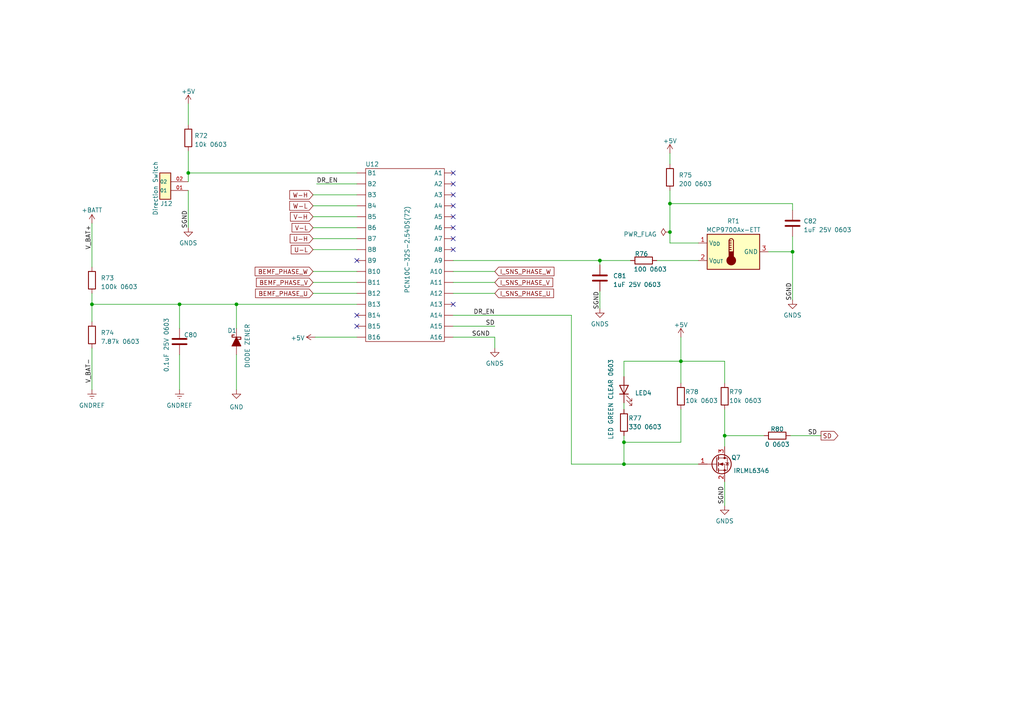
<source format=kicad_sch>
(kicad_sch (version 20230121) (generator eeschema)
  (paper "A4")
  (lib_symbols
    (symbol "Device:C" (pin_numbers hide) (pin_names (offset 0.254))
      (property "Reference" "C" (at 0.635 2.54 0))
      (property "Value" "C" (at 0.635 -2.54 0))
      (symbol "C_0_1"
        (polyline (pts (xy -2.032 -0.762) (xy 2.032 -0.762)) (stroke (width 0.508)))
        (polyline (pts (xy -2.032 0.762) (xy 2.032 0.762)) (stroke (width 0.508)))
      )
      (symbol "C_1_1"
        (pin passive line (at 0 3.81 270) (length 2.794) (name "~") (number "1"))
        (pin passive line (at 0 -3.81 90) (length 2.794) (name "~") (number "2"))
      )
    )
    (symbol "Device:D_Schottky_Filled" (pin_numbers hide) (pin_names (offset 1.016) hide)
      (property "Reference" "D" (at 0 2.54 0))
      (property "Value" "D_Schottky_Filled" (at 0 -2.54 0))
      (symbol "D_Schottky_Filled_0_1"
        (polyline (pts (xy 1.27 0) (xy -1.27 0)))
        (polyline (pts (xy 1.27 1.27) (xy 1.27 -1.27) (xy -1.27 0) (xy 1.27 1.27)) (stroke (width 0.254)) (fill (type outline)))
        (polyline (pts (xy -1.905 0.635) (xy -1.905 1.27) (xy -1.27 1.27) (xy -1.27 -1.27) (xy -0.635 -1.27) (xy -0.635 -0.635)) (stroke (width 0.254)))
      )
      (symbol "D_Schottky_Filled_1_1"
        (pin passive line (at -3.81 0 0) (length 2.54) (name "K") (number "1"))
        (pin passive line (at 3.81 0 180) (length 2.54) (name "A") (number "2"))
      )
    )
    (symbol "Device:LED" (pin_numbers hide) (pin_names (offset 1.016) hide)
      (property "Reference" "D" (at 0 2.54 0))
      (property "Value" "LED" (at 0 -2.54 0))
      (symbol "LED_0_1"
        (polyline (pts (xy -1.27 -1.27) (xy -1.27 1.27)) (stroke (width 0.254)))
        (polyline (pts (xy -1.27 0) (xy 1.27 0)))
        (polyline (pts (xy 1.27 -1.27) (xy 1.27 1.27) (xy -1.27 0) (xy 1.27 -1.27)) (stroke (width 0.254)))
        (polyline (pts (xy -3.048 -0.762) (xy -4.572 -2.286) (xy -3.81 -2.286) (xy -4.572 -2.286) (xy -4.572 -1.524)))
        (polyline (pts (xy -1.778 -0.762) (xy -3.302 -2.286) (xy -2.54 -2.286) (xy -3.302 -2.286) (xy -3.302 -1.524)))
      )
      (symbol "LED_1_1"
        (pin passive line (at -3.81 0 0) (length 2.54) (name "K") (number "1"))
        (pin passive line (at 3.81 0 180) (length 2.54) (name "A") (number "2"))
      )
    )
    (symbol "Device:R" (pin_numbers hide) (pin_names (offset 0))
      (property "Reference" "R" (at 2.032 0 90))
      (property "Value" "R" (at 0 0 90))
      (symbol "R_0_1"
        (rectangle (start -1.016 -2.54) (end 1.016 2.54) (stroke (width 0.254)))
      )
      (symbol "R_1_1"
        (pin passive line (at 0 3.81 270) (length 1.27) (name "~") (number "1"))
        (pin passive line (at 0 -3.81 90) (length 1.27) (name "~") (number "2"))
      )
    )
    (symbol "PCN10C-32S-2:PCN10C-32S-2.54DS(72)"
      (property "Reference" "U?" (at -9.525 26.035 0))
      (property "Value" "PCN10C-32S-2.54DS(72)" (at 0.889 4.699 90))
      (symbol "PCN10C-32S-2.54DS(72)_0_1"
        (rectangle (start -11.43 24.765) (end 11.43 -25.4))
      )
      (symbol "PCN10C-32S-2.54DS(72)_1_1"
        (pin passive line (at 13.97 23.495 180) (length 2.54) (name "A1") (number ""))
        (pin passive line (at 13.97 -5.08 180) (length 2.54) (name "A10") (number ""))
        (pin passive line (at 13.97 -8.255 180) (length 2.54) (name "A11") (number ""))
        (pin passive line (at 13.97 -11.43 180) (length 2.54) (name "A12") (number ""))
        (pin passive line (at 13.97 -14.605 180) (length 2.54) (name "A13") (number ""))
        (pin passive line (at 13.97 -17.78 180) (length 2.54) (name "A14") (number ""))
        (pin passive line (at 13.97 -20.955 180) (length 2.54) (name "A15") (number ""))
        (pin passive line (at 13.97 -24.13 180) (length 2.54) (name "A16") (number ""))
        (pin passive line (at 13.97 20.32 180) (length 2.54) (name "A2") (number ""))
        (pin passive line (at 13.97 17.145 180) (length 2.54) (name "A3") (number ""))
        (pin passive line (at 13.97 13.97 180) (length 2.54) (name "A4") (number ""))
        (pin passive line (at 13.97 10.795 180) (length 2.54) (name "A5") (number ""))
        (pin passive line (at 13.97 7.62 180) (length 2.54) (name "A6") (number ""))
        (pin passive line (at 13.97 4.445 180) (length 2.54) (name "A7") (number ""))
        (pin passive line (at 13.97 1.27 180) (length 2.54) (name "A8") (number ""))
        (pin passive line (at 13.97 -1.905 180) (length 2.54) (name "A9") (number ""))
        (pin passive line (at -13.97 23.495 0) (length 2.54) (name "B1") (number ""))
        (pin passive line (at -13.97 -5.08 0) (length 2.54) (name "B10") (number ""))
        (pin passive line (at -13.97 -8.255 0) (length 2.54) (name "B11") (number ""))
        (pin passive line (at -13.97 -11.43 0) (length 2.54) (name "B12") (number ""))
        (pin passive line (at -13.97 -14.605 0) (length 2.54) (name "B13") (number ""))
        (pin passive line (at -13.97 -17.78 0) (length 2.54) (name "B14") (number ""))
        (pin passive line (at -13.97 -20.955 0) (length 2.54) (name "B15") (number ""))
        (pin passive line (at -13.97 -24.13 0) (length 2.54) (name "B16") (number ""))
        (pin passive line (at -13.97 20.32 0) (length 2.54) (name "B2") (number ""))
        (pin passive line (at -13.97 17.145 0) (length 2.54) (name "B3") (number ""))
        (pin passive line (at -13.97 13.97 0) (length 2.54) (name "B4") (number ""))
        (pin passive line (at -13.97 10.795 0) (length 2.54) (name "B5") (number ""))
        (pin passive line (at -13.97 7.62 0) (length 2.54) (name "B6") (number ""))
        (pin passive line (at -13.97 4.445 0) (length 2.54) (name "B7") (number ""))
        (pin passive line (at -13.97 1.27 0) (length 2.54) (name "B8") (number ""))
        (pin passive line (at -13.97 -1.905 0) (length 2.54) (name "B9") (number ""))
      )
    )
    (symbol "Sensor_Temperature:MCP9700Ax-ETT"
      (property "Reference" "U?" (at -5.08 6.35 0))
      (property "Value" "MCP9700Ax-ETT" (at 7.62 -6.35 0))
      (symbol "MCP9700Ax-ETT_0_1"
        (rectangle (start -7.62 5.08) (end 7.62 -5.08) (stroke (width 0.254)) (fill (type background)))
        (rectangle (start -1.27 0) (end 0 -1.905) (stroke (width 0.254)) (fill (type outline)))
        (circle (center -0.635 -2.54) (radius 1.27) (stroke (width 0.254)) (fill (type outline)))
        (polyline (pts (xy -1.27 0.635) (xy -0.635 0.635)) (stroke (width 0.254)))
        (polyline (pts (xy -1.27 1.27) (xy -0.635 1.27)) (stroke (width 0.254)))
        (polyline (pts (xy -1.27 1.905) (xy -0.635 1.905)) (stroke (width 0.254)))
        (polyline (pts (xy -1.27 2.54) (xy -0.635 2.54)) (stroke (width 0.254)))
        (polyline (pts (xy -1.27 3.175) (xy -1.27 0)) (stroke (width 0.254)))
        (polyline (pts (xy -1.27 3.175) (xy -0.635 3.175)) (stroke (width 0.254)))
        (polyline (pts (xy 0 3.175) (xy 0 0)) (stroke (width 0.254)))
        (arc (start 0 3.175) (mid -0.635 3.8073) (end -1.27 3.175) (stroke (width 0.254)))
      )
      (symbol "MCP9700Ax-ETT_1_1"
        (pin power_in line (at -10.16 2.54 0) (length 2.54) (name "V_{DD}") (number "1"))
        (pin output line (at -10.16 -2.54 0) (length 2.54) (name "V_{OUT}") (number "2"))
        (pin power_in line (at 10.16 0 180) (length 2.54) (name "GND") (number "3"))
      )
    )
    (symbol "TSW-102-08-L-S:TSW-102-08-L-S" (pin_names (offset 1.016))
      (property "Reference" "J?" (at 0 6.35 0))
      (property "Value" "TSW-102-08-L-S" (at 0 3.81 0))
      (symbol "TSW-102-08-L-S_0_0"
        (rectangle (start -7.62 5.08) (end -4.445 -2.54) (stroke (width 0.254)) (fill (type background)))
        (pin passive line (at -12.7 2.54 0) (length 5.08) (name "01") (number "01"))
        (pin passive line (at -12.7 0 0) (length 5.08) (name "02") (number "02"))
      )
    )
    (symbol "Transistor_FET:IRLML0030" (pin_names hide)
      (property "Reference" "Q" (at 5.08 1.905 0))
      (property "Value" "IRLML0030" (at 5.08 0 0))
      (symbol "IRLML0030_0_1"
        (polyline (pts (xy 0.254 0) (xy -2.54 0)))
        (polyline (pts (xy 0.254 1.905) (xy 0.254 -1.905)) (stroke (width 0.254)))
        (polyline (pts (xy 0.762 -1.27) (xy 0.762 -2.286)) (stroke (width 0.254)))
        (polyline (pts (xy 0.762 0.508) (xy 0.762 -0.508)) (stroke (width 0.254)))
        (polyline (pts (xy 0.762 2.286) (xy 0.762 1.27)) (stroke (width 0.254)))
        (polyline (pts (xy 2.54 2.54) (xy 2.54 1.778)))
        (polyline (pts (xy 2.54 -2.54) (xy 2.54 0) (xy 0.762 0)))
        (polyline (pts (xy 0.762 -1.778) (xy 3.302 -1.778) (xy 3.302 1.778) (xy 0.762 1.778)))
        (polyline (pts (xy 1.016 0) (xy 2.032 0.381) (xy 2.032 -0.381) (xy 1.016 0)) (fill (type outline)))
        (polyline (pts (xy 2.794 0.508) (xy 2.921 0.381) (xy 3.683 0.381) (xy 3.81 0.254)))
        (polyline (pts (xy 3.302 0.381) (xy 2.921 -0.254) (xy 3.683 -0.254) (xy 3.302 0.381)))
        (circle (center 1.651 0) (radius 2.794) (stroke (width 0.254)))
        (circle (center 2.54 -1.778) (radius 0.254) (fill (type outline)))
        (circle (center 2.54 1.778) (radius 0.254) (fill (type outline)))
      )
      (symbol "IRLML0030_1_1"
        (pin input line (at -5.08 0 0) (length 2.54) (name "G") (number "1"))
        (pin passive line (at 2.54 -5.08 90) (length 2.54) (name "S") (number "2"))
        (pin passive line (at 2.54 5.08 270) (length 2.54) (name "D") (number "3"))
      )
    )
    (symbol "power:+5V" (power) (pin_names (offset 0))
      (property "Value" "+5V" (at 0 3.556 0))
      (symbol "+5V_0_1"
        (polyline (pts (xy -0.762 1.27) (xy 0 2.54)))
        (polyline (pts (xy 0 0) (xy 0 2.54)))
        (polyline (pts (xy 0 2.54) (xy 0.762 1.27)))
      )
      (symbol "+5V_1_1"
        (pin power_in line (at 0 0 90) (length 0) hide (name "+5V") (number "1"))
      )
    )
    (symbol "power:+BATT" (power) (pin_names (offset 0))
      (property "Value" "+BATT" (at 0 3.556 0))
      (symbol "+BATT_0_1"
        (polyline (pts (xy -0.762 1.27) (xy 0 2.54)))
        (polyline (pts (xy 0 0) (xy 0 2.54)))
        (polyline (pts (xy 0 2.54) (xy 0.762 1.27)))
      )
      (symbol "+BATT_1_1"
        (pin power_in line (at 0 0 90) (length 0) hide (name "+BATT") (number "1"))
      )
    )
    (symbol "power:GND" (power) (pin_names (offset 0))
      (property "Value" "GND" (at 0 -3.81 0))
      (symbol "GND_0_1"
        (polyline (pts (xy 0 0) (xy 0 -1.27) (xy 1.27 -1.27) (xy 0 -2.54) (xy -1.27 -1.27) (xy 0 -1.27)))
      )
      (symbol "GND_1_1"
        (pin power_in line (at 0 0 270) (length 0) hide (name "GND") (number "1"))
      )
    )
    (symbol "power:GNDREF" (power) (pin_names (offset 0))
      (property "Value" "GNDREF" (at 0 -3.81 0))
      (symbol "GNDREF_0_1"
        (polyline (pts (xy -0.635 -1.905) (xy 0.635 -1.905)))
        (polyline (pts (xy -0.127 -2.54) (xy 0.127 -2.54)))
        (polyline (pts (xy 0 -1.27) (xy 0 0)))
        (polyline (pts (xy 1.27 -1.27) (xy -1.27 -1.27)))
      )
      (symbol "GNDREF_1_1"
        (pin power_in line (at 0 0 270) (length 0) hide (name "GNDREF") (number "1"))
      )
    )
    (symbol "power:GNDS" (power) (pin_names (offset 0))
      (property "Value" "GNDS" (at 0 -3.81 0))
      (symbol "GNDS_0_1"
        (polyline (pts (xy 0 0) (xy 0 -1.27) (xy 1.27 -1.27) (xy 0 -2.54) (xy -1.27 -1.27) (xy 0 -1.27)))
      )
      (symbol "GNDS_1_1"
        (pin power_in line (at 0 0 270) (length 0) hide (name "GNDS") (number "1"))
      )
    )
    (symbol "power:PWR_FLAG" (power) (pin_numbers hide) (pin_names (offset 0) hide)
      (property "Value" "PWR_FLAG" (at 0 3.81 0))
      (symbol "PWR_FLAG_0_0"
        (pin power_out line (at 0 0 90) (length 0) (name "pwr") (number "1"))
      )
      (symbol "PWR_FLAG_0_1"
        (polyline (pts (xy 0 0) (xy 0 1.27) (xy -1.016 1.905) (xy 0 2.54) (xy 1.016 1.905) (xy 0 1.27)))
      )
    )
  )
  (junction (at 229.87 73.025))
  (junction (at 180.975 128.27))
  (junction (at 26.67 88.265))
  (junction (at 194.31 67.31))
  (junction (at 180.975 134.62))
  (junction (at 173.99 75.565))
  (junction (at 194.31 59.055))
  (junction (at 52.07 88.265))
  (junction (at 197.485 104.775))
  (junction (at 210.185 126.365))
  (junction (at 68.58 88.265))
  (junction (at 54.61 50.165))
  (no_connect (at 131.445 59.69))
  (no_connect (at 131.445 72.39))
  (no_connect (at 131.445 69.215))
  (no_connect (at 103.505 75.565))
  (no_connect (at 131.445 53.34))
  (no_connect (at 131.445 62.865))
  (no_connect (at 131.445 88.265))
  (no_connect (at 131.445 56.515))
  (no_connect (at 103.505 91.44))
  (no_connect (at 131.445 66.04))
  (no_connect (at 131.445 50.165))
  (no_connect (at 103.505 94.615))
  (wire (pts (xy 194.31 59.055) (xy 194.31 55.245)))
  (wire (pts (xy 131.445 78.74) (xy 143.51 78.74)))
  (wire (pts (xy 131.445 91.44) (xy 165.735 91.44)))
  (wire (pts (xy 26.67 64.77) (xy 26.67 77.47)))
  (wire (pts (xy 131.445 81.915) (xy 143.51 81.915)))
  (wire (pts (xy 165.735 91.44) (xy 165.735 134.62)))
  (wire (pts (xy 54.61 50.165) (xy 103.505 50.165)))
  (wire (pts (xy 103.505 81.915) (xy 90.805 81.915)))
  (wire (pts (xy 131.445 97.79) (xy 143.51 97.79)))
  (wire (pts (xy 190.5 75.565) (xy 202.565 75.565)))
  (wire (pts (xy 52.07 88.265) (xy 68.58 88.265)))
  (wire (pts (xy 194.31 44.45) (xy 194.31 47.625)))
  (wire (pts (xy 202.565 134.62) (xy 180.975 134.62)))
  (wire (pts (xy 180.975 116.84) (xy 180.975 118.745)))
  (wire (pts (xy 68.58 88.265) (xy 103.505 88.265)))
  (wire (pts (xy 210.185 126.365) (xy 221.615 126.365)))
  (wire (pts (xy 54.61 50.165) (xy 54.61 43.815)))
  (wire (pts (xy 197.485 128.27) (xy 180.975 128.27)))
  (wire (pts (xy 165.735 134.62) (xy 180.975 134.62)))
  (wire (pts (xy 143.51 97.79) (xy 143.51 100.965)))
  (wire (pts (xy 103.505 59.69) (xy 90.805 59.69)))
  (wire (pts (xy 229.87 59.055) (xy 229.87 60.96)))
  (wire (pts (xy 229.87 73.025) (xy 222.885 73.025)))
  (wire (pts (xy 180.975 128.27) (xy 180.975 134.62)))
  (wire (pts (xy 210.185 118.745) (xy 210.185 126.365)))
  (wire (pts (xy 103.505 85.09) (xy 90.805 85.09)))
  (wire (pts (xy 68.58 88.265) (xy 68.58 95.25)))
  (wire (pts (xy 26.67 85.09) (xy 26.67 88.265)))
  (wire (pts (xy 210.185 104.775) (xy 197.485 104.775)))
  (wire (pts (xy 131.445 94.615) (xy 143.51 94.615)))
  (wire (pts (xy 197.485 104.775) (xy 180.975 104.775)))
  (wire (pts (xy 197.485 97.79) (xy 197.485 104.775)))
  (wire (pts (xy 54.61 55.245) (xy 54.61 66.04)))
  (wire (pts (xy 229.235 126.365) (xy 238.125 126.365)))
  (wire (pts (xy 180.975 104.775) (xy 180.975 109.22)))
  (wire (pts (xy 91.821 53.34) (xy 103.505 53.34)))
  (wire (pts (xy 103.505 66.04) (xy 90.805 66.04)))
  (wire (pts (xy 173.99 84.455) (xy 173.99 89.535)))
  (wire (pts (xy 91.44 97.79) (xy 103.505 97.79)))
  (wire (pts (xy 131.445 75.565) (xy 173.99 75.565)))
  (wire (pts (xy 202.565 70.485) (xy 194.31 70.485)))
  (wire (pts (xy 103.505 78.74) (xy 90.805 78.74)))
  (wire (pts (xy 180.975 126.365) (xy 180.975 128.27)))
  (wire (pts (xy 197.485 118.745) (xy 197.485 128.27)))
  (wire (pts (xy 103.505 56.515) (xy 90.805 56.515)))
  (wire (pts (xy 197.485 111.125) (xy 197.485 104.775)))
  (wire (pts (xy 229.87 68.58) (xy 229.87 73.025)))
  (wire (pts (xy 103.505 72.39) (xy 90.805 72.39)))
  (wire (pts (xy 210.185 139.7) (xy 210.185 146.685)))
  (wire (pts (xy 210.185 111.125) (xy 210.185 104.775)))
  (wire (pts (xy 52.07 88.265) (xy 52.07 95.25)))
  (wire (pts (xy 26.67 100.965) (xy 26.67 113.03)))
  (wire (pts (xy 26.67 88.265) (xy 52.07 88.265)))
  (wire (pts (xy 173.99 76.835) (xy 173.99 75.565)))
  (wire (pts (xy 52.07 102.87) (xy 52.07 113.03)))
  (wire (pts (xy 26.67 88.265) (xy 26.67 93.345)))
  (wire (pts (xy 173.99 75.565) (xy 182.88 75.565)))
  (wire (pts (xy 210.185 126.365) (xy 210.185 129.54)))
  (wire (pts (xy 103.505 69.215) (xy 90.805 69.215)))
  (wire (pts (xy 54.61 30.099) (xy 54.61 36.195)))
  (wire (pts (xy 229.87 73.025) (xy 229.87 86.995)))
  (wire (pts (xy 194.31 67.31) (xy 194.31 59.055)))
  (wire (pts (xy 68.58 102.87) (xy 68.58 113.03)))
  (wire (pts (xy 194.31 59.055) (xy 229.87 59.055)))
  (wire (pts (xy 194.31 70.485) (xy 194.31 67.31)))
  (wire (pts (xy 131.445 85.09) (xy 143.51 85.09)))
  (wire (pts (xy 103.505 62.865) (xy 90.805 62.865)))
  (wire (pts (xy 54.61 50.165) (xy 54.61 52.705)))
  (label "SGND" (at 173.99 84.455 270))
  (label "SGND" (at 210.185 140.97 270))
  (label "V_BAT-" (at 26.67 111.125 90))
  (label "SGND" (at 142.113 97.79 180))
  (label "DR_EN" (at 91.821 53.34 0))
  (label "SD" (at 234.315 126.365 0))
  (label "SGND" (at 229.87 81.915 270))
  (label "SGND" (at 54.61 60.96 270))
  (label "DR_EN" (at 143.51 91.44 180))
  (label "SD" (at 143.51 94.615 180))
  (label "V_BAT+" (at 26.67 72.39 90))
  (global_label "I_SNS_PHASE_W" (shape input) (at 143.51 78.74 0) (property "Intersheetrefs" "${INTERSHEET_REFS}" (effects hide)))
  (global_label "V-H" (shape input) (at 90.805 62.865 180) (effects (font (size 1.3 1.3))) (property "Intersheetrefs" "${INTERSHEET_REFS}" (effects hide)))
  (global_label "W-L" (shape input) (at 90.805 59.69 180) (effects (font (size 1.33 1.33))) (property "Intersheetrefs" "${INTERSHEET_REFS}" (effects hide)))
  (global_label "BEMF_PHASE_V" (shape input) (at 90.805 81.915 180) (property "Intersheetrefs" "${INTERSHEET_REFS}" (effects hide)))
  (global_label "SD" (shape output) (at 238.125 126.365 0) (property "Intersheetrefs" "${INTERSHEET_REFS}" (effects hide)))
  (global_label "BEMF_PHASE_U" (shape input) (at 90.805 85.09 180) (property "Intersheetrefs" "${INTERSHEET_REFS}" (effects hide)))
  (global_label "U-H" (shape input) (at 90.805 69.215 180) (property "Intersheetrefs" "${INTERSHEET_REFS}" (effects hide)))
  (global_label "U-L" (shape input) (at 90.805 72.39 180) (property "Intersheetrefs" "${INTERSHEET_REFS}" (effects hide)))
  (global_label "I_SNS_PHASE_V" (shape input) (at 143.51 81.915 0) (property "Intersheetrefs" "${INTERSHEET_REFS}" (effects hide)))
  (global_label "I_SNS_PHASE_U" (shape input) (at 143.51 85.09 0) (property "Intersheetrefs" "${INTERSHEET_REFS}" (effects hide)))
  (global_label "W-H" (shape input) (at 90.805 56.515 180) (property "Intersheetrefs" "${INTERSHEET_REFS}" (effects hide)))
  (global_label "V-L" (shape input) (at 90.805 66.04 180) (property "Intersheetrefs" "${INTERSHEET_REFS}" (effects hide)))
  (global_label "BEMF_PHASE_W" (shape input) (at 90.805 78.74 180) (property "Intersheetrefs" "${INTERSHEET_REFS}" (effects hide)))
  (symbol (lib_id "Device:LED") (at 180.975 113.03 90) (unit 1)
    (property "Reference" "LED4" (at 184.15 113.9825 90) (effects (justify right)))
    (property "Value" "LED GREEN CLEAR 0603" (at 177.165 104.14 0) (effects (justify right)))
    (instances (project "EVAL_TOLT_DC48V_3KW" (path "" (reference "LED4") (unit 1)) (path "" (reference "LED3") (unit 1))))
  )
  (symbol (lib_id "PCN10C-32S-2:PCN10C-32S-2.54DS(72)") (at 117.475 73.66 0) (unit 1)
    (property "Reference" "U12" (at 107.95 47.625 0))
    (property "Value" "PCN10C-32S-2.54DS(72)" (at 118.11 72.39 90))
  )
  (symbol (lib_id "Device:D_Schottky_Filled") (at 68.58 99.06 90) (mirror x) (unit 1)
    (property "Reference" "D1" (at 67.31 95.885 90))
    (property "Value" "DIODE ZENER" (at 71.755 100.33 0))
    (instances (project "EVAL_TOLT_DC48V_3KW" (path "" (reference "D1") (unit 1)) (path "" (reference "D?") (unit 1)) (path "" (reference "D15") (unit 1))))
  )
  (symbol (lib_id "power:GNDS") (at 210.185 146.685 0) (unit 1)
    (property "Reference" "#PWR083" (effects hide))
    (property "Value" "GNDS" (at 210.185 151.13 0))
  )
  (symbol (lib_id "Device:R") (at 225.425 126.365 270) (unit 1)
    (property "Reference" "R80" (at 225.425 124.46 90))
    (property "Value" "0 0603" (at 225.425 128.905 90))
  )
  (symbol (lib_id "power:GNDS") (at 173.99 89.535 0) (unit 1)
    (property "Reference" "#PWR079" (effects hide))
    (property "Value" "GNDS" (at 173.99 93.98 0))
  )
  (symbol (lib_id "power:+BATT") (at 26.67 64.77 0) (unit 1)
    (property "Reference" "#PWR072" (effects hide))
    (property "Value" "V_BAT+" (at 26.67 60.96 0))
    (instances (project "EVAL_TOLT_DC48V_3KW" (path "" (reference "#PWR072") (unit 1)) (path "" (reference "#PWR077") (unit 1))))
  )
  (symbol (lib_id "power:GNDREF") (at 52.07 113.03 0) (unit 1)
    (property "Reference" "#PWR09" (effects hide))
    (property "Value" "GNDREF" (at 52.07 117.602 0))
  )
  (symbol (lib_id "power:GNDS") (at 143.51 100.965 0) (unit 1)
    (property "Reference" "#PWR08" (effects hide))
    (property "Value" "GNDS" (at 143.51 105.41 0))
  )
  (symbol (lib_id "power:GND") (at 68.58 113.03 0) (unit 1)
    (property "Reference" "#PWR011" (effects hide))
    (property "Value" "GND" (at 68.58 118.0592 0))
  )
  (symbol (lib_id "Device:R") (at 26.67 81.28 0) (unit 1)
    (property "Reference" "R73" (at 29.21 80.645 0) (effects (justify left)))
    (property "Value" "100k 0603" (at 29.21 83.185 0) (effects (justify left)))
  )
  (symbol (lib_id "Device:R") (at 194.31 51.435 180) (unit 1)
    (property "Reference" "R75" (at 196.85 50.8 0) (effects (justify right)))
    (property "Value" "200 0603" (at 196.85 53.34 0) (effects (justify right)))
  )
  (symbol (lib_id "Device:R") (at 197.485 114.935 180) (unit 1)
    (property "Reference" "R78" (at 198.755 113.665 0) (effects (justify right)))
    (property "Value" "10k 0603" (at 198.755 116.205 0) (effects (justify right)))
  )
  (symbol (lib_id "power:+5V") (at 54.61 30.099 0) (unit 1)
    (property "Reference" "#PWR06" (effects hide))
    (property "Value" "+5V" (at 54.61 26.543 0))
  )
  (symbol (lib_id "Device:C") (at 229.87 64.77 0) (unit 1)
    (property "Reference" "C82" (at 233.045 64.135 0) (effects (justify left)))
    (property "Value" "1uF 25V 0603" (at 233.045 66.675 0) (effects (justify left)))
  )
  (symbol (lib_id "power:+5V") (at 197.485 97.79 0) (unit 1)
    (property "Reference" "#PWR082" (effects hide))
    (property "Value" "+5V" (at 197.485 94.234 0))
  )
  (symbol (lib_id "power:PWR_FLAG") (at 194.31 67.31 90) (unit 1)
    (property "Reference" "#FLG016" (effects hide))
    (property "Value" "PWR_FLAG" (at 190.5 67.945 90) (effects (justify left)))
  )
  (symbol (lib_id "Device:R") (at 26.67 97.155 0) (unit 1)
    (property "Reference" "R74" (at 29.21 96.52 0) (effects (justify left)))
    (property "Value" "7.87k 0603" (at 29.21 99.06 0) (effects (justify left)))
  )
  (symbol (lib_id "Device:C") (at 52.07 99.06 0) (unit 1)
    (property "Reference" "C80" (at 53.34 97.155 0) (effects (justify left)))
    (property "Value" "0.1uF 25V 0603" (at 48.26 107.95 90) (effects (justify left)))
  )
  (symbol (lib_id "power:+5V") (at 194.31 44.45 0) (unit 1)
    (property "Reference" "#PWR080" (effects hide))
    (property "Value" "+5V" (at 194.31 40.894 0))
  )
  (symbol (lib_id "Device:R") (at 180.975 122.555 180) (unit 1)
    (property "Reference" "R77" (at 182.245 121.285 0) (effects (justify right)))
    (property "Value" "330 0603" (at 182.245 123.825 0) (effects (justify right)))
  )
  (symbol (lib_id "Transistor_FET:IRLML0030") (at 207.645 134.62 0) (unit 1)
    (property "Reference" "Q7" (at 212.09 132.715 0) (effects (justify left)))
    (property "Value" "IRLML6346" (at 212.725 136.525 0) (effects (justify left)))
    (property "Footprint" "Package_TO_SOT_SMD:SOT-23" (effects hide))
    (property "Datasheet" "https://www.infineon.com/dgdl/irlml0030pbf.pdf?fileId=5546d462533600a401535664773825df" (effects hide))
  )
  (symbol (lib_id "TSW-102-08-L-S:TSW-102-08-L-S") (at 41.91 52.705 180) (unit 1)
    (property "Reference" "J12" (at 48.26 59.055 0))
    (property "Value" "Direction Switch" (at 45.085 54.61 90))
    (property "Footprint" "TSW-102-08-L-S:SAMTEC_TSW-102-08-L-S" (effects hide))
    (property "PARTREV" "R" (effects hide))
    (property "STANDARD" "Manufacturer Recommendations" (effects hide))
    (property "MANUFACTURER" "Samtec Inc." (effects hide))
  )
  (symbol (lib_id "power:GNDS") (at 229.87 86.995 0) (unit 1)
    (property "Reference" "#PWR081" (effects hide))
    (property "Value" "GNDS" (at 229.87 91.44 0))
  )
  (symbol (lib_id "Device:R") (at 54.61 40.005 0) (unit 1)
    (property "Reference" "R72" (at 56.388 39.37 0) (effects (justify left)))
    (property "Value" "10k 0603" (at 56.388 41.91 0) (effects (justify left)))
  )
  (symbol (lib_id "Device:R") (at 186.69 75.565 90) (unit 1)
    (property "Reference" "R76" (at 186.055 73.66 90))
    (property "Value" "100 0603" (at 188.595 78.105 90))
  )
  (symbol (lib_id "Device:R") (at 210.185 114.935 180) (unit 1)
    (property "Reference" "R79" (at 211.455 113.665 0) (effects (justify right)))
    (property "Value" "10k 0603" (at 211.455 116.205 0) (effects (justify right)))
  )
  (symbol (lib_id "power:+5V") (at 91.44 97.79 90) (unit 1)
    (property "Reference" "#PWR010" (effects hide))
    (property "Value" "+5V" (at 88.392 98.044 90) (effects (justify left)))
  )
  (symbol (lib_id "power:GNDREF") (at 26.67 113.03 0) (unit 1)
    (property "Reference" "#PWR07" (effects hide))
    (property "Value" "GNDREF" (at 26.67 117.602 0))
  )
  (symbol (lib_id "Sensor_Temperature:MCP9700Ax-ETT") (at 212.725 73.025 0) (unit 1)
    (property "Reference" "RT1" (at 212.725 64.135 0))
    (property "Value" "MCP9700Ax-ETT" (at 212.725 66.675 0))
    (property "Footprint" "Package_TO_SOT_SMD:SOT-23" (effects hide))
    (property "Datasheet" "http://ww1.microchip.com/downloads/en/devicedoc/20001942g.pdf" (effects hide))
  )
  (symbol (lib_id "power:GNDS") (at 54.61 66.04 0) (unit 1)
    (property "Reference" "#PWR078" (effects hide))
    (property "Value" "GNDS" (at 54.61 70.485 0))
  )
  (symbol (lib_id "Device:C") (at 173.99 80.645 0) (unit 1)
    (property "Reference" "C81" (at 177.8 80.01 0) (effects (justify left)))
    (property "Value" "1uF 25V 0603" (at 177.8 82.55 0) (effects (justify left)))
  )
)
</source>
